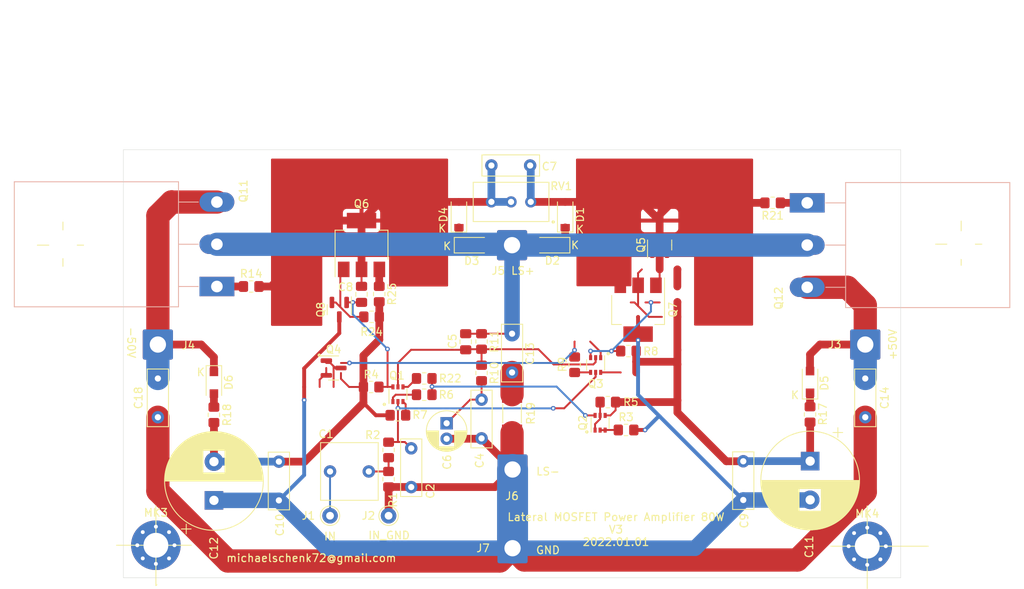
<source format=kicad_pcb>
(kicad_pcb (version 20211014) (generator pcbnew)
  (layers (0 "F.Cu" signal) (31 "B.Cu" signal) (34 "B.Paste" user) (35 "F.Paste" user) (36 "B.SilkS" user "B.Silkscreen") (37 "F.SilkS" user "F.Silkscreen") (38 "B.Mask" user) (39 "F.Mask" user) (44 "Edge.Cuts" user))
  (net 0 "")
  (net 1 "Net-(C1-Pad2)")
  (net 2 "Net-(C1-Pad1)")
  (net 3 "GND")
  (net 4 "Net-(Q1-Pad2)")
  (net 5 "Net-(C4-Pad1)")
  (net 6 "Net-(C13-Pad1)")
  (net 7 "Net-(C7-Pad2)")
  (net 8 "Net-(C5-Pad2)")
  (net 9 "Net-(C11-Pad1)")
  (net 10 "Net-(C10-Pad2)")
  (net 11 "Net-(C13-Pad2)")
  (net 12 "Net-(D1-Pad1)")
  (net 13 "Net-(D3-Pad1)")
  (net 14 "Net-(D5-Pad1)")
  (net 15 "Net-(D6-Pad2)")
  (net 16 "Net-(Q8-Pad1)")
  (net 17 "Net-(Q11-Pad1)")
  (net 18 "Net-(C14-Pad1)")
  (net 19 "Net-(Q1-Pad1)")
  (net 20 "Net-(C18-Pad2)")
  (net 21 "Net-(Q5-Pad3)")
  (net 22 "Net-(Q2-Pad2)")
  (net 23 "Net-(Q2-Pad1)")
  (net 24 "Net-(Q1-Pad3)")
  (net 25 "Net-(R7-Pad1)")
  (net 26 "Net-(Q1-Pad4)")
  (net 27 "Net-(R22-Pad1)")
  (net 28 "Net-(R4-Pad1)")
  (net 29 "Net-(Q3-Pad2)")
  (net 30 "Net-(Q8-Pad2)")
  (net 31 "Net-(Q5-Pad1)")
  (net 32 "Net-(Q6-Pad3)")
  (net 33 "Net-(Q12-Pad1)")
  (footprint "Capacitor_THT:C_Rect_L7.2mm_W7.2mm_P5.00mm_FKS2_FKP2_MKS2_MKP2" (layer "F.Cu") (at 140.89 86.106 180)
    (fp_text reference "C1")
    (fp_text value "3.3uF")
  )
  (footprint "Capacitor_THT:C_Rect_L7.2mm_W2.5mm_P5.00mm_FKS2_FKP2_MKS2_MKP2" (layer "F.Cu") (at 146.3675 83.1215 -90)
    (fp_text reference "C2")
    (fp_text value "1n")
  )
  (footprint "Capacitor_THT:CP_Radial_D5.0mm_P2.00mm" (layer "F.Cu") (at 150.9395 79.883 -90)
    (fp_text reference "C4")
    (fp_text value "47u/16V")
  )
  (footprint "Capacitor_SMD:C_0805_2012Metric_Pad1.18x1.45mm_HandSolder" (layer "F.Cu") (at 153.4 69.3625 -90)
    (fp_text reference "C5")
    (fp_text value "10p")
  )
  (footprint "Capacitor_THT:C_Rect_L7.2mm_W2.5mm_P5.00mm_FKS2_FKP2_MKS2_MKP2" (layer "F.Cu") (at 155.448 76.835 -90)
    (fp_text reference "C6")
    (fp_text value "100n")
  )
  (footprint "Capacitor_THT:C_Rect_L7.2mm_W2.5mm_P5.00mm_FKS2_FKP2_MKS2_MKP2" (layer "F.Cu") (at 189.23 84.789 -90)
    (fp_text reference "C9")
    (fp_text value "100n")
  )
  (footprint "Capacitor_THT:CP_Radial_D12.5mm_P5.00mm" (layer "F.Cu") (at 197.866 84.7725 -90)
    (fp_text reference "C11")
    (fp_text value "220u/100V")
  )
  (footprint "Capacitor_THT:C_Rect_L7.2mm_W2.5mm_P5.00mm_FKS2_FKP2_MKS2_MKP2" (layer "F.Cu") (at 159.385 68.326 -90)
    (fp_text reference "C13")
    (fp_text value "22n")
  )
  (footprint "Diode_SMD:D_SOD-123" (layer "F.Cu") (at 166.243 52.958 90)
    (fp_text reference "D1")
    (fp_text value "1N914")
  )
  (footprint "Diode_SMD:D_SOD-123" (layer "F.Cu") (at 164.592 56.896 180)
    (fp_text reference "D2")
    (fp_text value "12V/0.5W")
  )
  (footprint "Diode_SMD:D_SOD-123" (layer "F.Cu") (at 154.178 56.896)
    (fp_text reference "D3")
    (fp_text value "1N914")
  )
  (footprint "Diode_SMD:D_SOD-123" (layer "F.Cu") (at 152.527 52.958 90)
    (fp_text reference "D4")
    (fp_text value "12V/0.5W")
  )
  (footprint "Diode_SMD:D_SOD-123F" (layer "F.Cu") (at 197.85 74.55 90)
    (fp_text reference "D5")
    (fp_text value "SM4002PL-TP")
  )
  (footprint "Connector_Pin:Pin_D1.0mm_L10.0mm" (layer "F.Cu") (at 135.89 91.821)
    (fp_text reference "J1")
    (fp_text value "Conn_01x01")
  )
  (footprint "Connector_Pin:Pin_D1.0mm_L10.0mm" (layer "F.Cu") (at 143.4465 91.821)
    (fp_text reference "J2")
    (fp_text value "Conn_01x01")
  )
  (footprint "Connector_Wire:SolderWire-1.5sqmm_1x01_D1.7mm_OD3.9mm" (layer "F.Cu") (at 204.978 69.723)
    (fp_text reference "J3")
    (fp_text value "+50V")
  )
  (footprint "Connector_Wire:SolderWire-1.5sqmm_1x01_D1.7mm_OD3.9mm" (layer "F.Cu") (at 159.385 56.896)
    (fp_text reference "J5")
    (fp_text value "LS+")
  )
  (footprint "Connector_Wire:SolderWire-1.5sqmm_1x01_D1.7mm_OD3.9mm" (layer "F.Cu") (at 159.4485 85.852)
    (fp_text reference "J6")
    (fp_text value "LS-")
  )
  (footprint "Connector_Wire:SolderWire-1.5sqmm_1x01_D1.7mm_OD3.9mm" (layer "F.Cu") (at 159.4485 96.012)
    (fp_text reference "J7")
    (fp_text value "GND")
  )
  (footprint "MountingHole:MountingHole_3.2mm_M3_Pad_Via" (layer "F.Cu") (at 113.411 95.631)
    (fp_text reference "MK3")
    (fp_text value "Mounting_Hole_PAD")
  )
  (footprint "MountingHole:MountingHole_3.2mm_M3_Pad_Via" (layer "F.Cu") (at 205.232 95.758)
    (fp_text reference "MK4")
    (fp_text value "Mounting_Hole_PAD")
  )
  (footprint "Resistor_SMD:R_0805_2012Metric_Pad1.20x1.40mm_HandSolder" (layer "F.Cu") (at 143.4465 87.106 -90)
    (fp_text reference "R1")
    (fp_text value "33k")
  )
  (footprint "Resistor_SMD:R_0805_2012Metric_Pad1.20x1.40mm_HandSolder" (layer "F.Cu") (at 143.4465 83.328 -90)
    (fp_text reference "R2")
    (fp_text value "1k")
  )
  (footprint "Resistor_SMD:R_0805_2012Metric_Pad1.20x1.40mm_HandSolder" (layer "F.Cu") (at 174.1 80.75)
    (fp_text reference "R3")
    (fp_text value "22k")
  )
  (footprint "Resistor_SMD:R_0805_2012Metric_Pad1.20x1.40mm_HandSolder" (layer "F.Cu") (at 171.75 77.15 180)
    (fp_text reference "R5")
    (fp_text value "430R")
  )
  (footprint "Resistor_SMD:R_0805_2012Metric_Pad1.20x1.40mm_HandSolder" (layer "F.Cu") (at 148.05 76.2 180)
    (fp_text reference "R6")
    (fp_text value "100R")
  )
  (footprint "Resistor_SMD:R_0805_2012Metric_Pad1.20x1.40mm_HandSolder" (layer "F.Cu") (at 155.448 73.39 -90)
    (fp_text reference "R10")
    (fp_text value "1k")
  )
  (footprint "Resistor_SMD:R_0805_2012Metric_Pad1.20x1.40mm_HandSolder" (layer "F.Cu") (at 155.448 69.326 -90)
    (fp_text reference "R11")
    (fp_text value "33k")
  )
  (footprint "Resistor_SMD:R_0805_2012Metric_Pad1.20x1.40mm_HandSolder" (layer "F.Cu") (at 125.714 62.23)
    (fp_text reference "R14")
    (fp_text value "220R")
  )
  (footprint "Resistor_SMD:R_0805_2012Metric_Pad1.20x1.40mm_HandSolder" (layer "F.Cu") (at 197.85 78.75 90)
    (fp_text reference "R17")
    (fp_text value "100R")
  )
  (footprint "Resistor_SMD:R_MELF_MMB-0207" (layer "F.Cu") (at 159.385 78.65 -90)
    (fp_text reference "R19")
    (fp_text value "6.8R/1W")
  )
  (footprint "Resistor_SMD:R_0805_2012Metric_Pad1.20x1.40mm_HandSolder" (layer "F.Cu") (at 193.024 51.435 180)
    (fp_text reference "R21")
    (fp_text value "220R")
  )
  (footprint "Capacitor_THT:C_Rect_L7.2mm_W2.5mm_P5.00mm_FKS2_FKP2_MKS2_MKP2" (layer "F.Cu") (at 204.978 74.1045 -90)
    (fp_text reference "C14")
    (fp_text value "100n")
  )
  (footprint "Resistor_SMD:R_0805_2012Metric_Pad1.20x1.40mm_HandSolder" (layer "F.Cu") (at 120.9 78.8 -90)
    (fp_text reference "R18")
    (fp_text value "100R")
  )
  (footprint "Capacitor_THT:C_Rect_L7.2mm_W2.5mm_P5.00mm_FKS2_FKP2_MKS2_MKP2" (layer "F.Cu") (at 129.286 89.836 90)
    (fp_text reference "C10")
    (fp_text value "100n")
  )
  (footprint "Capacitor_THT:CP_Radial_D12.5mm_P5.00mm" (layer "F.Cu") (at 120.904 89.836 90)
    (fp_text reference "C12")
    (fp_text value "220u/100V")
  )
  (footprint "Resistor_SMD:R_0805_2012Metric_Pad1.20x1.40mm_HandSolder" (layer "F.Cu") (at 144.65 78.85 180)
    (fp_text reference "R7")
    (fp_text value "470")
  )
  (footprint "Resistor_SMD:R_0805_2012Metric_Pad1.20x1.40mm_HandSolder" (layer "F.Cu") (at 141.2 75.2 180)
    (fp_text reference "R4")
    (fp_text value "470")
  )
  (footprint "Package_TO_SOT_SMD:SOT-23" (layer "F.Cu") (at 178.435 56.871 90)
    (fp_text reference "Q5")
    (fp_text value "BC856B")
  )
  (footprint "Package_TO_SOT_SMD:SOT-223-3_TabPin2" (layer "F.Cu") (at 139.954 56.871 90)
    (fp_text reference "Q6")
    (fp_text value "DZT5551")
  )
  (footprint "Package_TO_SOT_SMD:SOT-363_SC-70-6" (layer "F.Cu") (at 144.6555 76.134 90)
    (fp_text reference "Q1")
    (fp_text value "BC856BS")
  )
  (footprint "Package_TO_SOT_SMD:SOT-363_SC-70-6" (layer "F.Cu") (at 170.7515 79.8195 90)
    (fp_text reference "Q2")
    (fp_text value "BC856BS")
  )
  (footprint "Connector_Wire:SolderWire-1.5sqmm_1x01_D1.7mm_OD3.9mm" (layer "F.Cu") (at 113.665 69.723)
    (fp_text reference "J4")
    (fp_text value "-50V")
  )
  (footprint "Capacitor_THT:C_Rect_L7.2mm_W2.5mm_P5.00mm_FKS2_FKP2_MKS2_MKP2" (layer "F.Cu") (at 113.665 79.1045 90)
    (fp_text reference "C18")
    (fp_text value "100n")
  )
  (footprint "Diode_SMD:D_SOD-123F" (layer "F.Cu") (at 120.9 74.65 -90)
    (fp_text reference "D6")
    (fp_text value "SM4002PL-TP")
  )
  (footprint "Capacitor_THT:C_Rect_L7.2mm_W2.5mm_P5.00mm_FKS2_FKP2_MKS2_MKP2" (layer "F.Cu") (at 156.718 46.609)
    (fp_text reference "C7")
    (fp_text value "100n")
  )
  (footprint "Potentiometer_THT:Potentiometer_Bourns_3296W_Vertical" (layer "F.Cu") (at 161.798 51.308)
    (fp_text reference "RV1")
    (fp_text value "200R")
  )
  (footprint "Resistor_SMD:R_0805_2012Metric_Pad1.20x1.40mm_HandSolder" (layer "F.Cu") (at 167.4622 72.3298 -90)
    (fp_text reference "R9")
    (fp_text value "100R (70R)")
  )
  (footprint "Package_TO_SOT_SMD:SOT-363_SC-70-6" (layer "F.Cu") (at 170.1742 72.3646 -90)
    (fp_text reference "Q3")
    (fp_text value "BC846BDW1")
  )
  (footprint "Resistor_SMD:R_0805_2012Metric_Pad1.20x1.40mm_HandSolder" (layer "F.Cu") (at 148.05 74.1 180)
    (fp_text reference "R22")
    (fp_text value "100R")
  )
  (footprint "Resistor_SMD:R_0805_2012Metric_Pad1.20x1.40mm_HandSolder" (layer "F.Cu") (at 141.25 66.15)
    (fp_text reference "R24")
    (fp_text value "470R")
  )
  (footprint "Package_TO_SOT_SMD:SOT-223-3_TabPin2" (layer "F.Cu") (at 175.6562 65.2249 -90)
    (fp_text reference "Q7")
    (fp_text value "DZT5401")
  )
  (footprint "Resistor_SMD:R_0805_2012Metric_Pad1.20x1.40mm_HandSolder" (layer "F.Cu") (at 142.24 63.2046 -90)
    (fp_text reference "R25")
    (fp_text value "22R")
  )
  (footprint "Capacitor_SMD:C_0805_2012Metric_Pad1.18x1.45mm_HandSolder" (layer "F.Cu") (at 139.954 63.2421 -90)
    (fp_text reference "C8")
    (fp_text value "18p")
  )
  (footprint "Package_TO_SOT_SMD:SOT-23" (layer "F.Cu") (at 136.35 72.75)
    (fp_text reference "Q4")
    (fp_text value "BC846B")
  )
  (footprint "Package_TO_SOT_SMD:SOT-23" (layer "F.Cu") (at 137.0838 65.2272 -90)
    (fp_text reference "Q8")
    (fp_text value "BC846")
  )
  (footprint "Resistor_SMD:R_0805_2012Metric_Pad1.20x1.40mm_HandSolder" (layer "F.Cu") (at 174.4058 70.5612)
    (fp_text reference "R8")
    (fp_text value "22k")
  )
  (footprint "Package_TO_SOT_THT:TO-247-3_Horizontal_TabUp" (layer "B.Cu") (at 121.285 62.23 90)
    (fp_text reference "Q11")
    (fp_text value "ECX10P20")
  )
  (footprint "Package_TO_SOT_THT:TO-247-3_Horizontal_TabUp" (layer "B.Cu") (at 197.485 51.435 -90)
    (fp_text reference "Q12")
    (fp_text value "ECX10N20")
  )
  (gr_line (start 98.1075 56.896) (end 104.0765 56.896) (layer "F.SilkS") (width 0.12))
  (gr_line (start 101.4095 53.9115) (end 101.4095 59.6265) (layer "F.SilkS") (width 0.12))
  (gr_line (start 213.106 95.758) (end 200.533 95.758) (layer "F.SilkS") (width 0.12))
  (gr_line (start 117.983 95.631) (end 108.331 95.631) (layer "F.SilkS") (width 0.12))
  (gr_line (start 205.232 101.219) (end 205.232 90.551) (layer "F.SilkS") (width 0.12))
  (gr_line (start 217.3605 53.7845) (end 217.3605 59.4995) (layer "F.SilkS") (width 0.12))
  (gr_line (start 214.0585 56.769) (end 220.0275 56.769) (layer "F.SilkS") (width 0.12))
  (gr_line (start 113.411 90.551) (end 113.411 100.838) (layer "F.SilkS") (width 0.12))
  (gr_line (start 113.411 100.838) (end 113.538 100.711) (layer "F.SilkS") (width 0.12))
  (gr_line (start 109.22 99.822) (end 209.55 99.822) (layer "Edge.Cuts") (width 0.05))
  (gr_line (start 109.22 44.577) (end 109.22 99.822) (layer "Edge.Cuts") (width 0.05))
  (gr_line (start 209.55 44.577) (end 209.55 99.822) (layer "Edge.Cuts") (width 0.05))
  (gr_line (start 109.22 44.577) (end 209.55 44.577) (layer "Edge.Cuts") (width 0.05))
  (gr_text "GND" (at 164.0205 96.266) (layer "F.SilkS") (effects (font (size 1 1))))
  (gr_text "-50V" (at 110.236 69.469 -90) (layer "F.SilkS") (effects (font (size 1 1))))
  (gr_text "°" (at 164.7 54.3) (layer "F.SilkS") (effects (font (size 1 1))))
  (gr_text "°" (at 169.037 81.407) (layer "F.SilkS") (effects (font (size 1 1))))
  (gr_text "°" (at 142.9 77.85) (layer "F.SilkS") (effects (font (size 1 1))))
  (gr_text "IN" (at 135.89 94.488) (layer "F.SilkS") (effects (font (size 1 1))))
  (gr_text "LS+" (at 160.782 60.198) (layer "F.SilkS") (effects (font (size 1 1))))
  (gr_text "K" (at 119.2 73.3) (layer "F.SilkS") (effects (font (size 1 1))))
  (gr_text "+50V" (at 208.534 69.723 90) (layer "F.SilkS") (effects (font (size 1 1))))
  (gr_text "IN_GND" (at 143.51 94.361) (layer "F.SilkS") (effects (font (size 1 1))))
  (gr_text "°" (at 171.8 71.3) (layer "F.SilkS") (effects (font (size 1 1))))
  (gr_text "K" (at 167.513 56.896) (layer "F.SilkS") (effects (font (size 1 1))))
  (gr_text "°" (at 134.5 71.5) (layer "F.SilkS") (effects (font (size 1 1))))
  (gr_text "michaelschenk72@gmail.com" (at 133.477 97.282) (layer "F.SilkS") (effects (font (size 1 1))))
  (gr_text "K" (at 195.9 76.25) (layer "F.SilkS") (effects (font (size 1 1))))
  (gr_text "K" (at 151.003 57.023) (layer "F.SilkS") (effects (font (size 1 1))))
  (gr_text "Lateral MOSFET Power Amplifier 80W\nV3\n2022.01.01" (at 172.8 93.6) (layer "F.SilkS") (effects (font (size 1 1))))
  (gr_text "K" (at 168.148 54.864) (layer "F.SilkS") (effects (font (size 1 1))))
  (gr_text "K" (at 150.368 54.737) (layer "F.SilkS") (effects (font (size 1 1))))
  (gr_text "LS-" (at 164.0205 86.106) (layer "F.SilkS") (effects (font (size 1 1))))
  (segment (start 135.89 91.821) (end 135.89 86.106) (width 0.25) (layer "B.Cu") (net 1))
  (segment (start 140.89 86.106) (end 143.4465 86.106) (width 0.25) (layer "F.Cu") (net 2))
  (segment (start 143.4465 86.106) (end 143.4465 84.328) (width 0.25) (layer "F.Cu") (net 2))
  (segment (start 137.0838 68.2662) (end 137.0838 66.1647) (width 0.5) (layer "F.Cu") (net 3))
  (segment (start 159.4485 85.852) (end 159.4485 85.8355) (width 1) (layer "F.Cu") (net 3))
  (segment (start 150.9395 81.883) (end 155.4 81.883) (width 1) (layer "F.Cu") (net 3))
  (segment (start 146.352 88.106) (end 146.3675 88.1215) (width 1) (layer "F.Cu") (net 3))
  (segment (start 196.201998 97.536) (end 160.9725 97.536) (width 3) (layer "F.Cu") (net 3))
  (segment (start 176.55 80.75) (end 175.1 80.75) (width 0.5) (layer "F.Cu") (net 3))
  (segment (start 143.4465 88.106) (end 146.352 88.106) (width 1) (layer "F.Cu") (net 3))
  (segment (start 159.4485 85.8355) (end 155.448 81.835) (width 1) (layer "F.Cu") (net 3))
  (segment (start 122.695002 97.663) (end 157.7975 97.663) (width 3) (layer "F.Cu") (net 3))
  (segment (start 113.665 79.1045) (end 113.665 88.632998) (width 3) (layer "F.Cu") (net 3))
  (segment (start 132.55 76.9) (end 132.55 75.2) (width 0.5) (layer "F.Cu") (net 3))
  (segment (start 157.179 88.1215) (end 159.4485 85.852) (width 1) (layer "F.Cu") (net 3))
  (segment (start 160.9725 97.536) (end 159.4485 96.012) (width 3) (layer "F.Cu") (net 3))
  (segment (start 132.55 72.8) (end 137.0838 68.2662) (width 0.5) (layer "F.Cu") (net 3))
  (segment (start 175.65 66.1686) (end 175.6562 66.1624) (width 0.5) (layer "F.Cu") (net 3))
  (segment (start 132.55 75.2) (end 132.55 72.8) (width 0.5) (layer "F.Cu") (net 3))
  (segment (start 159.385 81.1) (end 159.385 85.7885) (width 3) (layer "F.Cu") (net 3))
  (segment (start 204.978 88.759998) (end 196.201998 97.536) (width 3) (layer "F.Cu") (net 3))
  (segment (start 155.4 81.883) (end 155.448 81.835) (width 1) (layer "F.Cu") (net 3))
  (segment (start 175.65 69.15) (end 175.65 66.1686) (width 0.5) (layer "F.Cu") (net 3))
  (segment (start 113.665 88.632998) (end 122.695002 97.663) (width 3) (layer "F.Cu") (net 3))
  (segment (start 143.4465 91.821) (end 143.4465 88.106) (width 1) (layer "F.Cu") (net 3))
  (segment (start 204.978 79.1045) (end 204.978 88.759998) (width 3) (layer "F.Cu") (net 3))
  (segment (start 157.7975 97.663) (end 159.4485 96.012) (width 3) (layer "F.Cu") (net 3))
  (segment (start 146.3675 88.1215) (end 157.179 88.1215) (width 1) (layer "F.Cu") (net 3))
  (segment (start 159.385 85.7885) (end 159.4485 85.852) (width 3) (layer "F.Cu") (net 3))
  (via (at 175.65 69.15) (size 0.6) (drill 0.3) (layers "F.Cu" "B.Cu") (net 3))
  (via (at 132.55 76.9) (size 0.6) (drill 0.3) (layers "F.Cu" "B.Cu") (net 3))
  (via (at 176.55 80.75) (size 0.6) (drill 0.3) (layers "F.Cu" "B.Cu") (net 3))
  (segment (start 159.4485 96.012) (end 183.007 96.012) (width 2) (layer "B.Cu") (net 3))
  (segment (start 183.007 96.012) (end 189.23 89.789) (width 2) (layer "B.Cu") (net 3))
  (segment (start 159.4485 96.012) (end 159.4485 85.852) (width 4) (layer "B.Cu") (net 3))
  (segment (start 132.55 86.572) (end 132.55 76.9) (width 0.5) (layer "B.Cu") (net 3))
  (segment (start 135.462 96.012) (end 129.286 89.836) (width 2) (layer "B.Cu") (net 3))
  (segment (start 159.4485 96.012) (end 135.462 96.012) (width 2) (layer "B.Cu") (net 3))
  (segment (start 175.65 76.209) (end 175.65 69.15) (width 0.5) (layer "B.Cu") (net 3))
  (segment (start 178.4455 79.0045) (end 178.2955 79.0045) (width 0.5) (layer "B.Cu") (net 3))
  (segment (start 178.2955 79.0045) (end 176.55 80.75) (width 0.5) (layer "B.Cu") (net 3))
  (segment (start 197.8495 89.789) (end 197.866 89.7725) (width 2) (layer "B.Cu") (net 3))
  (segment (start 175.65 76.209) (end 178.4455 79.0045) (width 0.5) (layer "B.Cu") (net 3))
  (segment (start 129.286 89.836) (end 132.55 86.572) (width 0.5) (layer "B.Cu") (net 3))
  (segment (start 189.23 89.789) (end 197.8495 89.789) (width 2) (layer "B.Cu") (net 3))
  (segment (start 129.286 89.836) (end 120.904 89.836) (width 2) (layer "B.Cu") (net 3))
  (segment (start 178.4455 79.0045) (end 189.23 89.789) (width 0.5) (layer "B.Cu") (net 3))
  (segment (start 170.1742 73.3146) (end 170.1742 73.8896) (width 0.25) (layer "F.Cu") (net 4))
  (segment (start 146.3675 83.1215) (end 145.546 82.3) (width 0.25) (layer "F.Cu") (net 4))
  (segment (start 143.4745 82.3) (end 143.4465 82.328) (width 0.25) (layer "F.Cu") (net 4))
  (segment (start 144.6555 82.2945) (end 144.65 82.3) (width 0.25) (layer "F.Cu") (net 4))
  (segment (start 144.65 82.3) (end 143.4745 82.3) (width 0.25) (layer "F.Cu") (net 4))
  (segment (start 144.6555 77.084) (end 144.6555 77.9445) (width 0.25) (layer "F.Cu") (net 4))
  (segment (start 166.1138 77.95) (end 164.7 77.95) (width 0.25) (layer "F.Cu") (net 4))
  (segment (start 144.6555 77.9445) (end 144.6555 82.2945) (width 0.25) (layer "F.Cu") (net 4))
  (segment (start 145.546 82.3) (end 144.65 82.3) (width 0.25) (layer "F.Cu") (net 4))
  (segment (start 170.1742 73.8896) (end 166.1138 77.95) (width 0.25) (layer "F.Cu") (net 4))
  (via (at 144.6555 77.9445) (size 0.6) (drill 0.3) (layers "F.Cu" "B.Cu") (net 4))
  (via (at 164.7 77.95) (size 0.6) (drill 0.3) (layers "F.Cu" "B.Cu") (net 4))
  (segment (start 144.6555 77.9445) (end 144.670511 77.959511) (width 0.25) (layer "B.Cu") (net 4))
  (segment (start 144.670511 77.959511) (end 164.690489 77.959511) (width 0.25) (layer "B.Cu") (net 4))
  (segment (start 164.690489 77.959511) (end 164.7 77.95) (width 0.25) (layer "B.Cu") (net 4))
  (segment (start 155.448 76.835) (end 153.9875 76.835) (width 0.25) (layer "F.Cu") (net 5))
  (segment (start 153.9875 76.835) (end 150.9395 79.883) (width 0.25) (layer "F.Cu") (net 5))
  (segment (start 155.448 76.835) (end 155.448 74.39) (width 0.25) (layer "F.Cu") (net 5))
  (segment (start 155.448 68.326) (end 153.401 68.326) (width 0.25) (layer "F.Cu") (net 6))
  (segment (start 162.942 56.896) (end 159.385 56.896) (width 1) (layer "F.Cu") (net 6))
  (segment (start 159.385 68.326) (end 155.448 68.326) (width 0.25) (layer "F.Cu") (net 6))
  (segment (start 155.828 56.896) (end 159.385 56.896) (width 1) (layer "F.Cu") (net 6))
  (segment (start 153.401 68.326) (end 153.4 68.325) (width 0.25) (layer "F.Cu") (net 6))
  (segment (start 159.396 56.885) (end 197.485 56.885) (width 3) (layer "B.Cu") (net 6))
  (segment (start 159.385 56.896) (end 159.396 56.885) (width 3) (layer "B.Cu") (net 6))
  (segment (start 159.385 56.896) (end 159.385 68.326) (width 2) (layer "B.Cu") (net 6))
  (segment (start 159.385 56.896) (end 159.269 56.78) (width 3) (layer "B.Cu") (net 6))
  (segment (start 159.269 56.78) (end 121.285 56.78) (width 3) (layer "B.Cu") (net 6))
  (segment (start 128.27 62.23) (end 126.714 62.23) (width 1) (layer "F.Cu") (net 7))
  (segment (start 175.651186 60.504814) (end 176.135 60.021) (width 0.25) (layer "F.Cu") (net 7))
  (segment (start 177.052372 66.15) (end 175.651186 64.748814) (width 0.25) (layer "F.Cu") (net 7))
  (segment (start 178.435 60.021) (end 178.435 53.721) (width 1) (layer "F.Cu") (net 7))
  (segment (start 178.435 52.959) (end 178.435 53.721) (width 1) (layer "F.Cu") (net 7))
  (segment (start 175.189772 64.2874) (end 174.7062 64.2874) (width 0.25) (layer "F.Cu") (net 7))
  (segment (start 139.954 60.021) (end 139.954 53.721) (width 1) (layer "F.Cu") (net 7))
  (segment (start 175.651186 64.748814) (end 175.189772 64.2874) (width 0.25) (layer "F.Cu") (net 7))
  (segment (start 179.959 51.435) (end 178.435 52.959) (width 1) (layer "F.Cu") (net 7))
  (segment (start 166.243 51.308) (end 176.022 51.308) (width 1) (layer "F.Cu") (net 7))
  (segment (start 156.718 51.308) (end 152.527 51.308) (width 1) (layer "F.Cu") (net 7))
  (segment (start 192.024 51.435) (end 179.959 51.435) (width 1) (layer "F.Cu") (net 7))
  (segment (start 136.779 53.721) (end 128.27 62.23) (width 1) (layer "F.Cu") (net 7))
  (segment (start 175.651186 64.748814) (end 175.651186 60.504814) (width 0.25) (layer "F.Cu") (net 7))
  (segment (start 178.725 66.15) (end 177.052372 66.15) (width 0.25) (layer "F.Cu") (net 7))
  (segment (start 178.435 62.2124) (end 178.435 60.021) (width 0.25) (layer "F.Cu") (net 7))
  (segment (start 139.954 62.2046) (end 139.954 60.021) (width 0.25) (layer "F.Cu") (net 7))
  (segment (start 152.527 51.308) (end 142.367 51.308) (width 1) (layer "F.Cu") (net 7))
  (segment (start 166.243 51.308) (end 161.798 51.308) (width 1) (layer "F.Cu") (net 7))
  (segment (start 142.367 51.308) (end 139.954 53.721) (width 1) (layer "F.Cu") (net 7))
  (segment (start 139.954 53.721) (end 136.779 53.721) (width 1) (layer "F.Cu") (net 7))
  (segment (start 176.022 51.308) (end 178.435 53.721) (width 1) (layer "F.Cu") (net 7))
  (segment (start 159.258 51.308) (end 156.718 51.308) (width 1) (layer "B.Cu") (net 7))
  (segment (start 161.798 51.308) (end 161.798 46.689) (width 1) (layer "B.Cu") (net 7))
  (segment (start 156.718 51.308) (end 156.718 46.609) (width 1) (layer "B.Cu") (net 7))
  (segment (start 162.782 70.326) (end 155.448 70.326) (width 0.25) (layer "F.Cu") (net 8))
  (segment (start 153.474 70.326) (end 153.4 70.4) (width 0.25) (layer "F.Cu") (net 8))
  (segment (start 155.448 72.39) (end 155.448 70.326) (width 0.25) (layer "F.Cu") (net 8))
  (segment (start 170.1742 71.9896) (end 169.8754 72.2884) (width 0.25) (layer "F.Cu") (net 8))
  (segment (start 169.8754 72.2884) (end 164.7444 72.2884) (width 0.25) (layer "F.Cu") (net 8))
  (segment (start 155.448 70.326) (end 153.474 70.326) (width 0.25) (layer "F.Cu") (net 8))
  (segment (start 170.1742 71.4146) (end 170.1742 71.9896) (width 0.25) (layer "F.Cu") (net 8))
  (segment (start 164.7444 72.2884) (end 162.782 70.326) (width 0.25) (layer "F.Cu") (net 8))
  (segment (start 144.6555 75.184) (end 144.6555 72.0945) (width 0.25) (layer "F.Cu") (net 8))
  (segment (start 144.6555 72.0945) (end 146.35 70.4) (width 0.25) (layer "F.Cu") (net 8))
  (segment (start 153.4 70.4) (end 146.35 70.4) (width 0.25) (layer "F.Cu") (net 8))
  (segment (start 180.5 77.15) (end 180.725 76.925) (width 1) (layer "F.Cu") (net 9))
  (segment (start 187.039 84.789) (end 189.23 84.789) (width 1) (layer "F.Cu") (net 9))
  (segment (start 175.4058 71.9442) (end 175.4058 70.5612) (width 1) (layer "F.Cu") (net 9))
  (segment (start 180.725 72.275) (end 180.725 76.925) (width 1) (layer "F.Cu") (net 9))
  (segment (start 167.45 70.45) (end 167.45 69.3608) (width 0.25) (layer "F.Cu") (net 9))
  (segment (start 172.0805 78.8695) (end 171.4015 78.8695) (width 0.25) (layer "F.Cu") (net 9))
  (segment (start 180.725 64.234) (end 180.721 64.23) (width 1) (layer "F.Cu") (net 9))
  (segment (start 172.75 78.2) (end 172.0805 78.8695) (width 0.25) (layer "F.Cu") (net 9))
  (segment (start 180.725 66.15) (end 180.725 64.234) (width 1) (layer "F.Cu") (net 9))
  (segment (start 180.725 70.425) (end 180.725 72.275) (width 1) (layer "F.Cu") (net 9))
  (segment (start 167.45 69.3608) (end 167.4688 69.342) (width 0.25) (layer "F.Cu") (net 9))
  (segment (start 197.866 84.7725) (end 197.866 79.766) (width 1) (layer "F.Cu") (net 9))
  (segment (start 180.3942 71.9442) (end 180.725 72.275) (width 1) (layer "F.Cu") (net 9))
  (segment (start 167.45 70.45) (end 167.45 71.3176) (width 0.25) (layer "F.Cu") (net 9))
  (segment (start 180.725 76.925) (end 180.725 78.475) (width 1) (layer "F.Cu") (net 9))
  (segment (start 137.3 72.1) (end 138.4 72.1) (width 0.25) (layer "F.Cu") (net 9))
  (segment (start 172.75 77.15) (end 172.75 78.2) (width 0.25) (layer "F.Cu") (net 9))
  (segment (start 180.725 78.475) (end 187.039 84.789) (width 1) (layer "F.Cu") (net 9))
  (segment (start 175.4058 71.9442) (end 180.3942 71.9442) (width 1) (layer "F.Cu") (net 9))
  (segment (start 167.45 71.3176) (end 167.4622 71.3298) (width 0.25) (layer "F.Cu") (net 9))
  (segment (start 172.75 77.15) (end 180.5 77.15) (width 1) (layer "F.Cu") (net 9))
  (segment (start 175.4058 73.3298) (end 175.4058 71.9442) (width 1) (layer "F.Cu") (net 9))
  (segment (start 180.725 66.15) (end 180.725 70.425) (width 1) (layer "F.Cu") (net 9))
  (via (at 138.4 72.1) (size 0.6) (drill 0.3) (layers "F.Cu" "B.Cu") (net 9))
  (via (at 167.45 70.45) (size 0.6) (drill 0.3) (layers "F.Cu" "B.Cu") (net 9))
  (segment (start 165.8 72.1) (end 167.45 70.45) (width 0.25) (layer "B.Cu") (net 9))
  (segment (start 138.4 72.1) (end 165.8 72.1) (width 0.25) (layer "B.Cu") (net 9))
  (segment (start 189.2465 84.7725) (end 189.23 84.789) (width 1) (layer "B.Cu") (net 9))
  (segment (start 197.866 84.7725) (end 189.2465 84.7725) (width 1) (layer "B.Cu") (net 9))
  (segment (start 137.3 74.15) (end 138.35 75.2) (width 0.25) (layer "F.Cu") (net 10))
  (segment (start 137.3 73.4) (end 137.3 74.15) (width 0.25) (layer "F.Cu") (net 10))
  (segment (start 140.2 75.2) (end 138.35 75.2) (width 0.25) (layer "F.Cu") (net 10))
  (segment (start 132.614 84.836) (end 138.025 79.425) (width 1) (layer "F.Cu") (net 10))
  (segment (start 142.25 69.1) (end 142.25 66.15) (width 1) (layer "F.Cu") (net 10))
  (segment (start 142.25 64.2146) (end 142.24 64.2046) (width 1) (layer "F.Cu") (net 10))
  (segment (start 120.904 84.836) (end 120.904 79.804) (width 1) (layer "F.Cu") (net 10))
  (segment (start 120.904 79.854) (end 120.85 79.8) (width 1) (layer "F.Cu") (net 10))
  (segment (start 141.8 78.85) (end 140.2 77.25) (width 0.5) (layer "F.Cu") (net 10))
  (segment (start 120.904 79.804) (end 120.9 79.8) (width 1) (layer "F.Cu") (net 10))
  (segment (start 140.2 75.2) (end 140.2 71.15) (width 1) (layer "F.Cu") (net 10))
  (segment (start 142.25 66.15) (end 142.25 64.2146) (width 1) (layer "F.Cu") (net 10))
  (segment (start 140.2 77.25) (end 140.2 75.2) (width 1) (layer "F.Cu") (net 10))
  (segment (start 143.65 78.85) (end 141.8 78.85) (width 0.5) (layer "F.Cu") (net 10))
  (segment (start 138.025 79.425) (end 140.2 77.25) (width 1) (layer "F.Cu") (net 10))
  (segment (start 129.286 84.836) (end 132.614 84.836) (width 1) (layer "F.Cu") (net 10))
  (segment (start 140.2 71.15) (end 142.25 69.1) (width 1) (layer "F.Cu") (net 10))
  (segment (start 129.286 84.836) (end 120.904 84.836) (width 1) (layer "B.Cu") (net 10))
  (segment (start 159.385 73.326) (end 159.385 76.2) (width 3) (layer "F.Cu") (net 11))
  (segment (start 166.243 56.895) (end 166.242 56.896) (width 1) (layer "F.Cu") (net 12))
  (segment (start 166.243 54.608) (end 166.243 56.895) (width 1) (layer "F.Cu") (net 12))
  (segment (start 152.528 56.896) (end 152.528 54.609) (width 1) (layer "F.Cu") (net 13))
  (segment (start 152.528 54.609) (end 152.527 54.608) (width 1) (layer "F.Cu") (net 13))
  (segment (start 197.85 77.75) (end 197.85 75.95) (width 1) (layer "F.Cu") (net 14))
  (segment (start 120.9 77.8) (end 120.9 76.05) (width 1) (layer "F.Cu") (net 15))
  (segment (start 144.0055 75.184) (end 143.316 75.184) (width 0.25) (layer "F.Cu") (net 16))
  (segment (start 143.316 75.184) (end 143.316 70.316) (width 0.25) (layer "F.Cu") (net 16))
  (segment (start 139.954 64.2796) (end 138.8204 64.2796) (width 0.25) (layer "F.Cu") (net 16))
  (segment (start 143.316 75.184) (end 142.216 75.184) (width 0.25) (layer "F.Cu") (net 16))
  (segment (start 143.316 70.316) (end 143.3 70.3) (width 0.25) (layer "F.Cu") (net 16))
  (segment (start 138.0439 64.2796) (end 138.0338 64.2897) (width 0.25) (layer "F.Cu") (net 16))
  (segment (start 142.216 75.184) (end 142.2 75.2) (width 0.25) (layer "F.Cu") (net 16))
  (segment (start 173.4058 73.3298) (end 173.3906 73.3146) (width 0.25) (layer "F.Cu") (net 16))
  (segment (start 138.8204 64.2796) (end 138.0439 64.2796) (width 0.25) (layer "F.Cu") (net 16))
  (segment (start 173.3906 73.3146) (end 170.8242 73.3146) (width 0.25) (layer "F.Cu") (net 16))
  (via (at 143.3 70.3) (size 0.6) (drill 0.3) (layers "F.Cu" "B.Cu") (net 16))
  (via (at 138.8204 64.2796) (size 0.6) (drill 0.3) (layers "F.Cu" "B.Cu") (net 16))
  (segment (start 138.8204 65.8204) (end 138.8204 64.2796) (width 0.25) (layer "B.Cu") (net 16))
  (segment (start 143.3 70.3) (end 138.8204 65.8204) (width 0.25) (layer "B.Cu") (net 16))
  (segment (start 121.285 62.23) (end 124.714 62.23) (width 1) (layer "F.Cu") (net 17))
  (segment (start 204.978 64.643) (end 202.67 62.335) (width 3) (layer "F.Cu") (net 18))
  (segment (start 197.85 71) (end 197.85 73.15) (width 1) (layer "F.Cu") (net 18))
  (segment (start 204.978 69.723) (end 204.978 64.643) (width 3) (layer "F.Cu") (net 18))
  (segment (start 202.67 62.335) (end 197.485 62.335) (width 3) (layer "F.Cu") (net 18))
  (segment (start 204.978 69.723) (end 199.127 69.723) (width 1) (layer "F.Cu") (net 18))
  (segment (start 199.127 69.723) (end 197.85 71) (width 1) (layer "F.Cu") (net 18))
  (segment (start 204.978 74.1045) (end 204.978 69.723) (width 3) (layer "B.Cu") (net 18))
  (segment (start 144.365478 76.2) (end 144.0055 76.559978) (width 0.25) (layer "F.Cu") (net 19))
  (segment (start 147.05 76.2) (end 144.365478 76.2) (width 0.25) (layer "F.Cu") (net 19))
  (segment (start 144.0055 76.559978) (end 144.0055 77.084) (width 0.25) (layer "F.Cu") (net 19))
  (segment (start 119.273 69.723) (end 120.9 71.35) (width 1) (layer "F.Cu") (net 20))
  (segment (start 113.665 69.723) (end 113.665 53.086) (width 3) (layer "F.Cu") (net 20))
  (segment (start 113.665 53.086) (end 115.443 51.308) (width 3) (layer "F.Cu") (net 20))
  (segment (start 113.665 69.723) (end 119.273 69.723) (width 1) (layer "F.Cu") (net 20))
  (segment (start 120.9 71.35) (end 120.9 73.25) (width 1) (layer "F.Cu") (net 20))
  (segment (start 115.465 51.33) (end 121.285 51.33) (width 3) (layer "F.Cu") (net 20))
  (segment (start 115.443 51.308) (end 115.465 51.33) (width 3) (layer "F.Cu") (net 20))
  (segment (start 113.665 74.1045) (end 113.665 69.723) (width 3) (layer "B.Cu") (net 20))
  (segment (start 180.721 60.035) (end 180.735 60.021) (width 1) (layer "F.Cu") (net 21))
  (segment (start 180.721 62.23) (end 180.721 60.035) (width 1) (layer "F.Cu") (net 21))
  (segment (start 173.1 80.75) (end 171.421 80.75) (width 0.25) (layer "F.Cu") (net 22))
  (segment (start 171.421 80.75) (end 171.4015 80.7695) (width 0.25) (layer "F.Cu") (net 22))
  (segment (start 170.7515 80.7695) (end 171.4015 80.7695) (width 0.25) (layer "F.Cu") (net 22))
  (segment (start 170.7515 77.1515) (end 170.75 77.15) (width 0.25) (layer "F.Cu") (net 23))
  (segment (start 170.7515 79.329502) (end 170.7515 78.8695) (width 0.25) (layer "F.Cu") (net 23))
  (segment (start 170.7515 78.8695) (end 170.7515 77.1515) (width 0.25) (layer "F.Cu") (net 23))
  (segment (start 170.1015 80.7695) (end 170.1015 79.979502) (width 0.25) (layer "F.Cu") (net 23))
  (segment (start 170.1015 79.979502) (end 170.252501 79.828501) (width 0.25) (layer "F.Cu") (net 23))
  (segment (start 170.252501 79.828501) (end 170.7515 79.329502) (width 0.25) (layer "F.Cu") (net 23))
  (segment (start 172.212 70.5612) (end 173.4058 70.5612) (width 0.25) (layer "F.Cu") (net 24))
  (segment (start 136.362011 72.537989) (end 135.924022 72.1) (width 0.25) (layer "F.Cu") (net 24))
  (segment (start 136.35 72.55) (end 136.362011 72.537989) (width 0.25) (layer "F.Cu") (net 24))
  (segment (start 135.924022 72.1) (end 135.4 72.1) (width 0.25) (layer "F.Cu") (net 24))
  (segment (start 136.35 75.2) (end 136.35 72.55) (width 0.25) (layer "F.Cu") (net 24))
  (segment (start 169.5242 70.5658) (end 169.5196 70.5612) (width 0.25) (layer "F.Cu") (net 24))
  (segment (start 169.5242 71.4146) (end 169.5242 70.5658) (width 0.25) (layer "F.Cu") (net 24))
  (segment (start 145.65 77.4285) (end 145.3055 77.084) (width 0.25) (layer "F.Cu") (net 24))
  (segment (start 177.3126 64.2874) (end 176.6062 64.2874) (width 0.25) (layer "F.Cu") (net 24))
  (segment (start 145.65 78.85) (end 145.65 77.4285) (width 0.25) (layer "F.Cu") (net 24))
  (segment (start 137.3 72.75) (end 136.574022 72.75) (width 0.25) (layer "F.Cu") (net 24))
  (segment (start 136.574022 72.75) (end 136.362011 72.537989) (width 0.25) (layer "F.Cu") (net 24))
  (segment (start 178.435 64.2874) (end 177.3126 64.2874) (width 0.25) (layer "F.Cu") (net 24))
  (via (at 177.3126 64.2874) (size 0.6) (drill 0.3) (layers "F.Cu" "B.Cu") (net 24))
  (via (at 169.5196 70.5612) (size 0.6) (drill 0.3) (layers "F.Cu" "B.Cu") (net 24))
  (via (at 172.212 70.5612) (size 0.6) (drill 0.3) (layers "F.Cu" "B.Cu") (net 24))
  (segment (start 169.5196 70.5612) (end 172.212 70.5612) (width 0.25) (layer "B.Cu") (net 24))
  (segment (start 172.212 70.5612) (end 177.3126 65.4606) (width 0.25) (layer "B.Cu") (net 24))
  (segment (start 177.3126 65.4606) (end 177.3126 64.2874) (width 0.25) (layer "B.Cu") (net 24))
  (segment (start 169.5242 73.3146) (end 167.4774 73.3146) (width 0.25) (layer "F.Cu") (net 25))
  (segment (start 167.4774 73.3146) (end 167.4622 73.3298) (width 0.25) (layer "F.Cu") (net 25))
  (segment (start 145.3055 75.184) (end 145.966 75.184) (width 0.25) (layer "F.Cu") (net 26))
  (segment (start 145.966 75.184) (end 147.05 74.1) (width 0.25) (layer "F.Cu") (net 26))
  (segment (start 170.1015 78.8695) (end 168.849 78.8695) (width 0.25) (layer "F.Cu") (net 27))
  (segment (start 149.05 75.15) (end 149.05 74.15) (width 0.25) (layer "F.Cu") (net 27))
  (segment (start 149.05 76.2) (end 149.05 75.15) (width 0.25) (layer "F.Cu") (net 27))
  (segment (start 168.849 78.8695) (end 168.8465 78.867) (width 0.25) (layer "F.Cu") (net 27))
  (via (at 168.8465 78.867) (size 0.6) (drill 0.3) (layers "F.Cu" "B.Cu") (net 27))
  (via (at 149.05 75.15) (size 0.6) (drill 0.3) (layers "F.Cu" "B.Cu") (net 27))
  (segment (start 165.1295 75.15) (end 168.8465 78.867) (width 0.25) (layer "B.Cu") (net 27))
  (segment (start 149.05 75.15) (end 165.1295 75.15) (width 0.25) (layer "B.Cu") (net 27))
  (segment (start 170.8242 70.6974) (end 169.4688 69.342) (width 0.25) (layer "F.Cu") (net 28))
  (segment (start 170.8242 71.4146) (end 170.8242 70.6974) (width 0.25) (layer "F.Cu") (net 28))
  (segment (start 134.55 75.2) (end 134.55 74.25) (width 0.25) (layer "F.Cu") (net 29))
  (segment (start 134.55 74.25) (end 135.4 73.4) (width 0.25) (layer "F.Cu") (net 29))
  (segment (start 135.4 73.4) (end 135.4 72.75) (width 0.25) (layer "F.Cu") (net 29))
  (segment (start 137.654 60.021) (end 137.217764 60.457236) (width 0.25) (layer "F.Cu") (net 30))
  (segment (start 140.25 66.15) (end 138.485528 66.15) (width 0.25) (layer "F.Cu") (net 30))
  (segment (start 138.485528 66.15) (end 137.217764 64.882236) (width 0.25) (layer "F.Cu") (net 30))
  (segment (start 137.217764 64.882236) (end 136.625228 64.2897) (width 0.25) (layer "F.Cu") (net 30))
  (segment (start 137.217764 60.457236) (end 137.217764 64.882236) (width 0.25) (layer "F.Cu") (net 30))
  (segment (start 136.625228 64.2897) (end 136.1338 64.2897) (width 0.25) (layer "F.Cu") (net 30))
  (segment (start 142.24 60.035) (end 142.254 60.021) (width 1) (layer "F.Cu") (net 32))
  (segment (start 142.24 62.2046) (end 142.24 60.035) (width 1) (layer "F.Cu") (net 32))
  (segment (start 197.485 51.435) (end 194.024 51.435) (width 1) (layer "F.Cu") (net 33))
  (zone (net 7) (net_name "Net-(C7-Pad2)") (layer "F.Cu") (connect_pads (clearance 0.508)) (min_thickness 0.254) (fill yes (thermal_gap 0.508) (thermal_bridge_width 0.508))
    (polygon (pts (xy 190.5 67.28) (xy 182.88 67.28) (xy 182.88 58.42) (xy 167.64 58.42) (xy 167.64 45.72) (xy 190.5 45.72)))
  )
  (zone (net 7) (net_name "Net-(C7-Pad2)") (layer "F.Cu") (connect_pads (clearance 0.508)) (min_thickness 0.254) (fill yes (thermal_gap 0.508) (thermal_bridge_width 0.508))
    (polygon (pts (xy 174.8 62.2) (xy 167.7 62.2) (xy 167.7 58.4) (xy 174.8 58.4)))
  )
  (zone (net 7) (net_name "Net-(C7-Pad2)") (layer "F.Cu") (connect_pads (clearance 0.508)) (min_thickness 0.254) (fill yes (thermal_gap 0.508) (thermal_bridge_width 0.508))
    (polygon (pts (xy 151.13 62.23) (xy 143.51 62.23) (xy 143.51 58.42) (xy 134.89 58.42) (xy 134.89 67.31) (xy 128.27 67.31) (xy 128.27 45.72) (xy 151.13 45.72)))
  )
)
</source>
